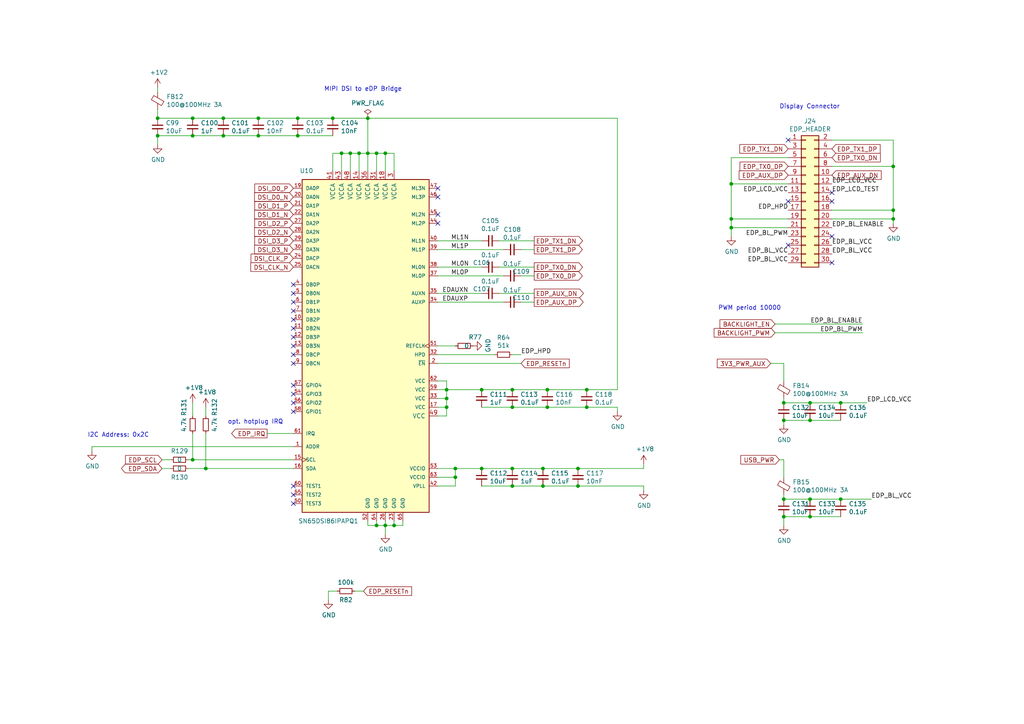
<source format=kicad_sch>
(kicad_sch (version 20231120) (generator "eeschema") (generator_version "8.0")
  (paper "A4")
  (title_block (title "MNT Reform 2 Internal Display") (date "2023-02-13") (rev "2.5D-2") (company "MNT Research GmbH") (comment 1 "https://mntre.com") (comment 2 "Engineer: Lukas F. Hartmann") (comment 3 "License: CERN-OHL-S 2.0"))
  (lib_symbols
    (symbol "Connector_Generic:Conn_02x15_Odd_Even" (pin_names (offset 1.016) hide)
      (property "Reference" "J" (at 1.27 20.32 0))
      (property "Value" "Conn_02x15_Odd_Even" (at 1.27 -20.32 0))
      (symbol "Conn_02x15_Odd_Even_1_1"
        (rectangle (start -1.27 -17.653) (end 0 -17.907) (stroke (width 0.1524)))
        (rectangle (start -1.27 -15.113) (end 0 -15.367) (stroke (width 0.1524)))
        (rectangle (start -1.27 -12.573) (end 0 -12.827) (stroke (width 0.1524)))
        (rectangle (start -1.27 -10.033) (end 0 -10.287) (stroke (width 0.1524)))
        (rectangle (start -1.27 -7.493) (end 0 -7.747) (stroke (width 0.1524)))
        (rectangle (start -1.27 -4.953) (end 0 -5.207) (stroke (width 0.1524)))
        (rectangle (start -1.27 -2.413) (end 0 -2.667) (stroke (width 0.1524)))
        (rectangle (start -1.27 0.127) (end 0 -0.127) (stroke (width 0.1524)))
        (rectangle (start -1.27 2.667) (end 0 2.413) (stroke (width 0.1524)))
        (rectangle (start -1.27 5.207) (end 0 4.953) (stroke (width 0.1524)))
        (rectangle (start -1.27 7.747) (end 0 7.493) (stroke (width 0.1524)))
        (rectangle (start -1.27 10.287) (end 0 10.033) (stroke (width 0.1524)))
        (rectangle (start -1.27 12.827) (end 0 12.573) (stroke (width 0.1524)))
        (rectangle (start -1.27 15.367) (end 0 15.113) (stroke (width 0.1524)))
        (rectangle (start -1.27 17.907) (end 0 17.653) (stroke (width 0.1524)))
        (rectangle (start -1.27 19.05) (end 3.81 -19.05) (stroke (width 0.254)) (fill (type background)))
        (rectangle (start 3.81 -17.653) (end 2.54 -17.907) (stroke (width 0.1524)))
        (rectangle (start 3.81 -15.113) (end 2.54 -15.367) (stroke (width 0.1524)))
        (rectangle (start 3.81 -12.573) (end 2.54 -12.827) (stroke (width 0.1524)))
        (rectangle (start 3.81 -10.033) (end 2.54 -10.287) (stroke (width 0.1524)))
        (rectangle (start 3.81 -7.493) (end 2.54 -7.747) (stroke (width 0.1524)))
        (rectangle (start 3.81 -4.953) (end 2.54 -5.207) (stroke (width 0.1524)))
        (rectangle (start 3.81 -2.413) (end 2.54 -2.667) (stroke (width 0.1524)))
        (rectangle (start 3.81 0.127) (end 2.54 -0.127) (stroke (width 0.1524)))
        (rectangle (start 3.81 2.667) (end 2.54 2.413) (stroke (width 0.1524)))
        (rectangle (start 3.81 5.207) (end 2.54 4.953) (stroke (width 0.1524)))
        (rectangle (start 3.81 7.747) (end 2.54 7.493) (stroke (width 0.1524)))
        (rectangle (start 3.81 10.287) (end 2.54 10.033) (stroke (width 0.1524)))
        (rectangle (start 3.81 12.827) (end 2.54 12.573) (stroke (width 0.1524)))
        (rectangle (start 3.81 15.367) (end 2.54 15.113) (stroke (width 0.1524)))
        (rectangle (start 3.81 17.907) (end 2.54 17.653) (stroke (width 0.1524)))
        (pin passive line (at -5.08 17.78 0) (length 3.81) (name "Pin_1") (number "1"))
        (pin passive line (at 7.62 7.62 180) (length 3.81) (name "Pin_10") (number "10"))
        (pin passive line (at -5.08 5.08 0) (length 3.81) (name "Pin_11") (number "11"))
        (pin passive line (at 7.62 5.08 180) (length 3.81) (name "Pin_12") (number "12"))
        (pin passive line (at -5.08 2.54 0) (length 3.81) (name "Pin_13") (number "13"))
        (pin passive line (at 7.62 2.54 180) (length 3.81) (name "Pin_14") (number "14"))
        (pin passive line (at -5.08 0 0) (length 3.81) (name "Pin_15") (number "15"))
        (pin passive line (at 7.62 0 180) (length 3.81) (name "Pin_16") (number "16"))
        (pin passive line (at -5.08 -2.54 0) (length 3.81) (name "Pin_17") (number "17"))
        (pin passive line (at 7.62 -2.54 180) (length 3.81) (name "Pin_18") (number "18"))
        (pin passive line (at -5.08 -5.08 0) (length 3.81) (name "Pin_19") (number "19"))
        (pin passive line (at 7.62 17.78 180) (length 3.81) (name "Pin_2") (number "2"))
        (pin passive line (at 7.62 -5.08 180) (length 3.81) (name "Pin_20") (number "20"))
        (pin passive line (at -5.08 -7.62 0) (length 3.81) (name "Pin_21") (number "21"))
        (pin passive line (at 7.62 -7.62 180) (length 3.81) (name "Pin_22") (number "22"))
        (pin passive line (at -5.08 -10.16 0) (length 3.81) (name "Pin_23") (number "23"))
        (pin passive line (at 7.62 -10.16 180) (length 3.81) (name "Pin_24") (number "24"))
        (pin passive line (at -5.08 -12.7 0) (length 3.81) (name "Pin_25") (number "25"))
        (pin passive line (at 7.62 -12.7 180) (length 3.81) (name "Pin_26") (number "26"))
        (pin passive line (at -5.08 -15.24 0) (length 3.81) (name "Pin_27") (number "27"))
        (pin passive line (at 7.62 -15.24 180) (length 3.81) (name "Pin_28") (number "28"))
        (pin passive line (at -5.08 -17.78 0) (length 3.81) (name "Pin_29") (number "29"))
        (pin passive line (at -5.08 15.24 0) (length 3.81) (name "Pin_3") (number "3"))
        (pin passive line (at 7.62 -17.78 180) (length 3.81) (name "Pin_30") (number "30"))
        (pin passive line (at 7.62 15.24 180) (length 3.81) (name "Pin_4") (number "4"))
        (pin passive line (at -5.08 12.7 0) (length 3.81) (name "Pin_5") (number "5"))
        (pin passive line (at 7.62 12.7 180) (length 3.81) (name "Pin_6") (number "6"))
        (pin passive line (at -5.08 10.16 0) (length 3.81) (name "Pin_7") (number "7"))
        (pin passive line (at 7.62 10.16 180) (length 3.81) (name "Pin_8") (number "8"))
        (pin passive line (at -5.08 7.62 0) (length 3.81) (name "Pin_9") (number "9"))
      )
    )
    (symbol "Device:C_Small" (pin_numbers hide) (pin_names (offset 0.254) hide)
      (property "Reference" "C" (at 0.254 1.778 0))
      (property "Value" "C_Small" (at 0.254 -2.032 0))
      (symbol "C_Small_0_1"
        (polyline (pts (xy -1.524 -0.508) (xy 1.524 -0.508)) (stroke (width 0.3302)))
        (polyline (pts (xy -1.524 0.508) (xy 1.524 0.508)) (stroke (width 0.3048)))
      )
      (symbol "C_Small_1_1"
        (pin passive line (at 0 2.54 270) (length 2.032) (name "~") (number "1"))
        (pin passive line (at 0 -2.54 90) (length 2.032) (name "~") (number "2"))
      )
    )
    (symbol "Device:FerriteBead_Small" (pin_numbers hide) (pin_names (offset 0))
      (property "Reference" "FB" (at 1.905 1.27 0))
      (property "Value" "FerriteBead_Small" (at 1.905 -1.27 0))
      (symbol "FerriteBead_Small_0_1"
        (polyline (pts (xy 0 -1.27) (xy 0 -0.7874)))
        (polyline (pts (xy 0 0.889) (xy 0 1.2954)))
        (polyline (pts (xy -1.8288 0.2794) (xy -1.1176 1.4986) (xy 1.8288 -0.2032) (xy 1.1176 -1.4224) (xy -1.8288 0.2794)))
      )
      (symbol "FerriteBead_Small_1_1"
        (pin passive line (at 0 2.54 270) (length 1.27) (name "~") (number "1"))
        (pin passive line (at 0 -2.54 90) (length 1.27) (name "~") (number "2"))
      )
    )
    (symbol "Device:R_Small" (pin_numbers hide) (pin_names (offset 0.254) hide)
      (property "Reference" "R" (at 0.762 0.508 0))
      (property "Value" "R_Small" (at 0.762 -1.016 0))
      (symbol "R_Small_0_1"
        (rectangle (start -0.762 1.778) (end 0.762 -1.778) (stroke (width 0.2032)))
      )
      (symbol "R_Small_1_1"
        (pin passive line (at 0 2.54 270) (length 0.762) (name "~") (number "1"))
        (pin passive line (at 0 -2.54 90) (length 0.762) (name "~") (number "2"))
      )
    )
    (symbol "power:+1V2" (power) (pin_names (offset 0))
      (property "Value" "+1V2" (at 0 3.556 0))
      (symbol "+1V2_0_1"
        (polyline (pts (xy -0.762 1.27) (xy 0 2.54)))
        (polyline (pts (xy 0 0) (xy 0 2.54)))
        (polyline (pts (xy 0 2.54) (xy 0.762 1.27)))
      )
      (symbol "+1V2_1_1"
        (pin power_in line (at 0 0 90) (length 0) hide (name "+1V2") (number "1"))
      )
    )
    (symbol "power:+1V8" (power) (pin_names (offset 0))
      (property "Value" "+1V8" (at 0 3.556 0))
      (symbol "+1V8_0_1"
        (polyline (pts (xy -0.762 1.27) (xy 0 2.54)))
        (polyline (pts (xy 0 0) (xy 0 2.54)))
        (polyline (pts (xy 0 2.54) (xy 0.762 1.27)))
      )
      (symbol "+1V8_1_1"
        (pin power_in line (at 0 0 90) (length 0) hide (name "+1V8") (number "1"))
      )
    )
    (symbol "power:GND" (power) (pin_names (offset 0))
      (property "Value" "GND" (at 0 -3.81 0))
      (symbol "GND_0_1"
        (polyline (pts (xy 0 0) (xy 0 -1.27) (xy 1.27 -1.27) (xy 0 -2.54) (xy -1.27 -1.27) (xy 0 -1.27)))
      )
      (symbol "GND_1_1"
        (pin power_in line (at 0 0 270) (length 0) hide (name "GND") (number "1"))
      )
    )
    (symbol "power:PWR_FLAG" (power) (pin_numbers hide) (pin_names (offset 0) hide)
      (property "Value" "PWR_FLAG" (at 0 3.81 0))
      (symbol "PWR_FLAG_0_0"
        (pin power_out line (at 0 0 90) (length 0) (name "pwr") (number "1"))
      )
      (symbol "PWR_FLAG_0_1"
        (polyline (pts (xy 0 0) (xy 0 1.27) (xy -1.016 1.905) (xy 0 2.54) (xy 1.016 1.905) (xy 0 1.27)))
      )
    )
    (symbol "reform2:SN65DSI86ZQER" (pin_names (offset 1.016))
      (property "Reference" "U10" (at -13.97 45.72 0))
      (property "Value" "SN65DSI86IPAPQ1" (at -7.62 -55.88 0))
      (symbol "SN65DSI86ZQER_0_0"
        (pin input line (at -17.78 -34.29 0) (length 2.54) (name "ADDR") (number "1"))
        (pin input line (at -17.78 2.54 0) (length 2.54) (name "DB2P") (number "10"))
        (pin input line (at -17.78 0 0) (length 2.54) (name "DB2N") (number "11"))
        (pin input line (at -17.78 -2.54 0) (length 2.54) (name "DB3P") (number "12"))
        (pin input line (at -17.78 -5.08 0) (length 2.54) (name "DB3N") (number "13"))
        (pin power_in line (at 1.27 45.72 270) (length 2.54) (name "VCCA") (number "14"))
        (pin bidirectional clock (at -17.78 -38.1 0) (length 2.54) (name "SCL") (number "15"))
        (pin bidirectional line (at -17.78 -40.64 0) (length 2.54) (name "SDA") (number "16"))
        (pin power_in line (at 24.13 -22.86 180) (length 2.54) (name "VCC") (number "17"))
        (pin power_in line (at 8.89 45.72 270) (length 2.54) (name "VCCA") (number "18"))
        (pin input line (at -17.78 40.64 0) (length 2.54) (name "DA0P") (number "19"))
        (pin input line (at 24.13 -10.16 180) (length 2.54) (name "~{EN}") (number "2"))
        (pin bidirectional line (at -17.78 38.1 0) (length 2.54) (name "DA0N") (number "20"))
        (pin input line (at -17.78 35.56 0) (length 2.54) (name "DA1P") (number "21"))
        (pin input line (at -17.78 33.02 0) (length 2.54) (name "DA1N") (number "22"))
        (pin power_in line (at 11.43 -55.88 90) (length 2.54) (name "GND") (number "23"))
        (pin input line (at -17.78 20.32 0) (length 2.54) (name "DACP") (number "24"))
        (pin input line (at -17.78 17.78 0) (length 2.54) (name "DACN") (number "25"))
        (pin power_in line (at 8.89 -55.88 90) (length 2.54) (name "GND") (number "26"))
        (pin input line (at -17.78 30.48 0) (length 2.54) (name "DA2P") (number "27"))
        (pin input line (at -17.78 27.94 0) (length 2.54) (name "DA2N") (number "28"))
        (pin input line (at -17.78 25.4 0) (length 2.54) (name "DA3P") (number "29"))
        (pin power_in line (at 11.43 45.72 270) (length 2.54) (name "VCCA") (number "3"))
        (pin input line (at -17.78 22.86 0) (length 2.54) (name "DA3N") (number "30"))
        (pin power_in line (at 6.35 45.72 270) (length 2.54) (name "VCCA") (number "31"))
        (pin input line (at 24.13 -7.62 180) (length 2.54) (name "HPD") (number "32"))
        (pin power_in line (at 24.13 -20.32 180) (length 2.54) (name "VCC") (number "33"))
        (pin bidirectional line (at 24.13 7.62 180) (length 2.54) (name "AUXP") (number "34"))
        (pin bidirectional line (at 24.13 10.16 180) (length 2.54) (name "AUXN") (number "35"))
        (pin power_in line (at 3.81 45.72 270) (length 2.54) (name "VCCA") (number "36"))
        (pin output line (at 24.13 15.24 180) (length 2.54) (name "ML0P") (number "37"))
        (pin output line (at 24.13 17.78 180) (length 2.54) (name "ML0N") (number "38"))
        (pin output line (at 24.13 22.86 180) (length 2.54) (name "ML1P") (number "39"))
        (pin input line (at -17.78 12.7 0) (length 2.54) (name "DB0P") (number "4"))
        (pin output line (at 24.13 25.4 180) (length 2.54) (name "ML1N") (number "40"))
        (pin power_in line (at -6.35 45.72 270) (length 2.54) (name "VCCA") (number "41"))
        (pin power_in line (at 24.13 -45.72 180) (length 2.54) (name "VPLL") (number "42"))
        (pin power_in line (at -3.81 45.72 270) (length 2.54) (name "VCCA") (number "43"))
        (pin output line (at 24.13 30.48 180) (length 2.54) (name "ML2P") (number "44"))
        (pin output line (at 24.13 33.02 180) (length 2.54) (name "ML2N") (number "45"))
        (pin output line (at 24.13 38.1 180) (length 2.54) (name "ML3P") (number "46"))
        (pin output line (at 24.13 40.64 180) (length 2.54) (name "ML3N") (number "47"))
        (pin power_in line (at -1.27 45.72 270) (length 2.54) (name "VCCA") (number "48"))
        (pin power_in line (at 24.13 -25.4 180) (length 2.54) (name "VCC") (number "49"))
        (pin input line (at -17.78 10.16 0) (length 2.54) (name "DB0N") (number "5"))
        (pin bidirectional line (at -17.78 -50.8 0) (length 2.54) (name "TEST3") (number "50"))
        (pin input clock (at 24.13 -5.08 180) (length 2.54) (name "REFCLK") (number "51"))
        (pin power_in line (at 3.81 -55.88 90) (length 2.54) (name "GND") (number "52"))
        (pin power_in line (at 24.13 -40.64 180) (length 2.54) (name "VCCIO") (number "53"))
        (pin bidirectional line (at -17.78 -19.05 0) (length 2.54) (name "GPIO3") (number "54"))
        (pin bidirectional line (at -17.78 -48.26 0) (length 2.54) (name "TEST2") (number "55"))
        (pin bidirectional line (at -17.78 -21.59 0) (length 2.54) (name "GPIO2") (number "56"))
        (pin bidirectional line (at -17.78 -16.51 0) (length 2.54) (name "GPIO4") (number "57"))
        (pin bidirectional line (at -17.78 -24.13 0) (length 2.54) (name "GPIO1") (number "58"))
        (pin power_in line (at 24.13 -17.78 180) (length 2.54) (name "VCC") (number "59"))
        (pin input line (at -17.78 7.62 0) (length 2.54) (name "DB1P") (number "6"))
        (pin input line (at -17.78 -45.72 0) (length 2.54) (name "TEST1") (number "60"))
        (pin output line (at -17.78 -30.48 0) (length 2.54) (name "IRQ") (number "61"))
        (pin power_in line (at 24.13 -15.24 180) (length 2.54) (name "VCC") (number "62"))
        (pin power_in line (at 24.13 -43.18 180) (length 2.54) (name "VCCIO") (number "63"))
        (pin power_in line (at 6.35 -55.88 90) (length 2.54) (name "GND") (number "64"))
        (pin power_in line (at 13.97 -55.88 90) (length 2.54) (name "GND") (number "65"))
        (pin input line (at -17.78 5.08 0) (length 2.54) (name "DB1N") (number "7"))
        (pin input line (at -17.78 -7.62 0) (length 2.54) (name "DBCP") (number "8"))
        (pin input line (at -17.78 -10.16 0) (length 2.54) (name "DBCN") (number "9"))
      )
      (symbol "SN65DSI86ZQER_1_1"
        (rectangle (start -15.24 43.18) (end 21.59 -53.34) (stroke (width 0.254)) (fill (type background)))
      )
    )
  )
  (junction (at 234.95 116.84))
  (junction (at 45.72 39.37))
  (junction (at 170.18 118.11))
  (junction (at 167.64 135.89))
  (junction (at 55.88 133.35))
  (junction (at 259.08 48.26))
  (junction (at 157.48 135.89))
  (junction (at 129.54 113.03))
  (junction (at 170.18 113.03))
  (junction (at 106.68 34.29))
  (junction (at 139.7 135.89))
  (junction (at 109.22 44.45))
  (junction (at 104.14 44.45))
  (junction (at 129.54 118.11))
  (junction (at 111.76 44.45))
  (junction (at 259.08 60.96))
  (junction (at 259.08 63.5))
  (junction (at 148.59 113.03))
  (junction (at 132.08 135.89))
  (junction (at 59.69 135.89))
  (junction (at 148.59 140.97))
  (junction (at 167.64 140.97))
  (junction (at 101.6 44.45))
  (junction (at 139.7 113.03))
  (junction (at 227.33 116.84))
  (junction (at 114.3 152.4))
  (junction (at 234.95 144.78))
  (junction (at 148.59 118.11))
  (junction (at 45.72 34.29))
  (junction (at 96.52 34.29))
  (junction (at 106.68 44.45))
  (junction (at 227.33 144.78))
  (junction (at 111.76 152.4))
  (junction (at 74.93 39.37))
  (junction (at 109.22 152.4))
  (junction (at 234.95 149.86))
  (junction (at 64.77 39.37))
  (junction (at 129.54 115.57))
  (junction (at 227.33 121.92))
  (junction (at 64.77 34.29))
  (junction (at 212.09 63.5))
  (junction (at 212.09 66.04))
  (junction (at 74.93 34.29))
  (junction (at 212.09 53.34))
  (junction (at 243.84 144.78))
  (junction (at 132.08 138.43))
  (junction (at 157.48 140.97))
  (junction (at 86.36 34.29))
  (junction (at 99.06 44.45))
  (junction (at 148.59 135.89))
  (junction (at 158.75 118.11))
  (junction (at 243.84 116.84))
  (junction (at 55.88 39.37))
  (junction (at 227.33 149.86))
  (junction (at 158.75 113.03))
  (junction (at 55.88 34.29))
  (junction (at 234.95 121.92))
  (junction (at 86.36 39.37))
  (no_connect (at 85.09 143.51))
  (no_connect (at 85.09 87.63))
  (no_connect (at 85.09 105.41))
  (no_connect (at 127 54.61))
  (no_connect (at 127 62.23))
  (no_connect (at 85.09 116.84))
  (no_connect (at 241.3 58.42))
  (no_connect (at 241.3 76.2))
  (no_connect (at 85.09 146.05))
  (no_connect (at 228.6 58.42))
  (no_connect (at 127 57.15))
  (no_connect (at 85.09 119.38))
  (no_connect (at 85.09 92.71))
  (no_connect (at 85.09 102.87))
  (no_connect (at 241.3 55.88))
  (no_connect (at 228.6 40.64))
  (no_connect (at 85.09 100.33))
  (no_connect (at 85.09 114.3))
  (no_connect (at 85.09 111.76))
  (no_connect (at 241.3 68.58))
  (no_connect (at 85.09 140.97))
  (no_connect (at 85.09 82.55))
  (no_connect (at 85.09 85.09))
  (no_connect (at 85.09 90.17))
  (no_connect (at 85.09 97.79))
  (no_connect (at 228.6 71.12))
  (no_connect (at 85.09 95.25))
  (no_connect (at 127 64.77))
  (wire (pts (xy 96.52 34.29) (xy 106.68 34.29)))
  (wire (pts (xy 148.59 102.87) (xy 151.13 102.87)))
  (wire (pts (xy 127 113.03) (xy 129.54 113.03)))
  (wire (pts (xy 227.33 144.78) (xy 227.33 143.51)))
  (wire (pts (xy 151.13 105.41) (xy 127 105.41)))
  (wire (pts (xy 129.54 118.11) (xy 129.54 115.57)))
  (wire (pts (xy 26.67 129.54) (xy 85.09 129.54)))
  (wire (pts (xy 234.95 116.84) (xy 243.84 116.84)))
  (wire (pts (xy 104.14 44.45) (xy 106.68 44.45)))
  (wire (pts (xy 55.88 39.37) (xy 45.72 39.37)))
  (wire (pts (xy 45.72 34.29) (xy 55.88 34.29)))
  (wire (pts (xy 106.68 151.13) (xy 106.68 152.4)))
  (wire (pts (xy 226.06 133.35) (xy 227.33 133.35)))
  (wire (pts (xy 227.33 133.35) (xy 227.33 138.43)))
  (wire (pts (xy 49.53 135.89) (xy 46.99 135.89)))
  (wire (pts (xy 144.78 85.09) (xy 154.94 85.09)))
  (wire (pts (xy 96.52 39.37) (xy 86.36 39.37)))
  (wire (pts (xy 234.95 121.92) (xy 243.84 121.92)))
  (wire (pts (xy 146.05 87.63) (xy 127 87.63)))
  (wire (pts (xy 55.88 133.35) (xy 85.09 133.35)))
  (wire (pts (xy 77.47 125.73) (xy 85.09 125.73)))
  (wire (pts (xy 179.07 34.29) (xy 179.07 113.03)))
  (wire (pts (xy 49.53 133.35) (xy 46.99 133.35)))
  (wire (pts (xy 148.59 113.03) (xy 158.75 113.03)))
  (wire (pts (xy 55.88 116.84) (xy 55.88 120.65)))
  (wire (pts (xy 227.33 144.78) (xy 234.95 144.78)))
  (wire (pts (xy 148.59 118.11) (xy 139.7 118.11)))
  (wire (pts (xy 132.08 100.33) (xy 127 100.33)))
  (wire (pts (xy 179.07 34.29) (xy 106.68 34.29)))
  (wire (pts (xy 148.59 140.97) (xy 157.48 140.97)))
  (wire (pts (xy 127 115.57) (xy 129.54 115.57)))
  (wire (pts (xy 127 85.09) (xy 139.7 85.09)))
  (wire (pts (xy 212.09 45.72) (xy 212.09 53.34)))
  (wire (pts (xy 234.95 121.92) (xy 227.33 121.92)))
  (wire (pts (xy 227.33 123.19) (xy 227.33 121.92)))
  (wire (pts (xy 127 120.65) (xy 129.54 120.65)))
  (wire (pts (xy 212.09 66.04) (xy 228.6 66.04)))
  (wire (pts (xy 55.88 34.29) (xy 64.77 34.29)))
  (wire (pts (xy 241.3 40.64) (xy 259.08 40.64)))
  (wire (pts (xy 96.52 44.45) (xy 96.52 49.53)))
  (wire (pts (xy 129.54 115.57) (xy 129.54 113.03)))
  (wire (pts (xy 146.05 80.01) (xy 127 80.01)))
  (wire (pts (xy 157.48 140.97) (xy 167.64 140.97)))
  (wire (pts (xy 97.79 171.45) (xy 95.25 171.45)))
  (wire (pts (xy 259.08 63.5) (xy 241.3 63.5)))
  (wire (pts (xy 139.7 113.03) (xy 148.59 113.03)))
  (wire (pts (xy 109.22 49.53) (xy 109.22 44.45)))
  (wire (pts (xy 259.08 48.26) (xy 241.3 48.26)))
  (wire (pts (xy 148.59 140.97) (xy 139.7 140.97)))
  (wire (pts (xy 157.48 135.89) (xy 148.59 135.89)))
  (wire (pts (xy 151.13 80.01) (xy 154.94 80.01)))
  (wire (pts (xy 212.09 53.34) (xy 212.09 63.5)))
  (wire (pts (xy 74.93 39.37) (xy 64.77 39.37)))
  (wire (pts (xy 111.76 44.45) (xy 111.76 49.53)))
  (wire (pts (xy 228.6 45.72) (xy 212.09 45.72)))
  (wire (pts (xy 45.72 31.75) (xy 45.72 34.29)))
  (wire (pts (xy 64.77 34.29) (xy 74.93 34.29)))
  (wire (pts (xy 224.79 93.98) (xy 250.19 93.98)))
  (wire (pts (xy 186.69 142.24) (xy 186.69 140.97)))
  (wire (pts (xy 228.6 63.5) (xy 212.09 63.5)))
  (wire (pts (xy 224.79 96.52) (xy 250.19 96.52)))
  (wire (pts (xy 54.61 135.89) (xy 59.69 135.89)))
  (wire (pts (xy 127 102.87) (xy 143.51 102.87)))
  (wire (pts (xy 132.08 140.97) (xy 132.08 138.43)))
  (wire (pts (xy 223.52 105.41) (xy 227.33 105.41)))
  (wire (pts (xy 127 77.47) (xy 139.7 77.47)))
  (wire (pts (xy 55.88 125.73) (xy 55.88 133.35)))
  (wire (pts (xy 114.3 151.13) (xy 114.3 152.4)))
  (wire (pts (xy 227.33 115.57) (xy 227.33 116.84)))
  (wire (pts (xy 101.6 44.45) (xy 101.6 49.53)))
  (wire (pts (xy 111.76 152.4) (xy 114.3 152.4)))
  (wire (pts (xy 59.69 125.73) (xy 59.69 135.89)))
  (wire (pts (xy 259.08 40.64) (xy 259.08 48.26)))
  (wire (pts (xy 26.67 130.81) (xy 26.67 129.54)))
  (wire (pts (xy 259.08 60.96) (xy 259.08 63.5)))
  (wire (pts (xy 86.36 34.29) (xy 96.52 34.29)))
  (wire (pts (xy 227.33 116.84) (xy 234.95 116.84)))
  (wire (pts (xy 127 140.97) (xy 132.08 140.97)))
  (wire (pts (xy 243.84 144.78) (xy 252.73 144.78)))
  (wire (pts (xy 96.52 44.45) (xy 99.06 44.45)))
  (wire (pts (xy 127 138.43) (xy 132.08 138.43)))
  (wire (pts (xy 111.76 44.45) (xy 114.3 44.45)))
  (wire (pts (xy 259.08 64.77) (xy 259.08 63.5)))
  (wire (pts (xy 132.08 135.89) (xy 139.7 135.89)))
  (wire (pts (xy 158.75 118.11) (xy 148.59 118.11)))
  (wire (pts (xy 227.33 105.41) (xy 227.33 110.49)))
  (wire (pts (xy 109.22 44.45) (xy 111.76 44.45)))
  (wire (pts (xy 106.68 44.45) (xy 109.22 44.45)))
  (wire (pts (xy 157.48 135.89) (xy 167.64 135.89)))
  (wire (pts (xy 212.09 63.5) (xy 212.09 66.04)))
  (wire (pts (xy 104.14 44.45) (xy 104.14 49.53)))
  (wire (pts (xy 54.61 133.35) (xy 55.88 133.35)))
  (wire (pts (xy 101.6 44.45) (xy 104.14 44.45)))
  (wire (pts (xy 228.6 53.34) (xy 212.09 53.34)))
  (wire (pts (xy 151.13 72.39) (xy 154.94 72.39)))
  (wire (pts (xy 139.7 135.89) (xy 148.59 135.89)))
  (wire (pts (xy 127 69.85) (xy 139.7 69.85)))
  (wire (pts (xy 167.64 135.89) (xy 186.69 135.89)))
  (wire (pts (xy 127 135.89) (xy 132.08 135.89)))
  (wire (pts (xy 106.68 152.4) (xy 109.22 152.4)))
  (wire (pts (xy 146.05 72.39) (xy 127 72.39)))
  (wire (pts (xy 170.18 118.11) (xy 158.75 118.11)))
  (wire (pts (xy 132.08 138.43) (xy 132.08 135.89)))
  (wire (pts (xy 64.77 39.37) (xy 55.88 39.37)))
  (wire (pts (xy 114.3 44.45) (xy 114.3 49.53)))
  (wire (pts (xy 127 118.11) (xy 129.54 118.11)))
  (wire (pts (xy 151.13 87.63) (xy 154.94 87.63)))
  (wire (pts (xy 227.33 152.4) (xy 227.33 149.86)))
  (wire (pts (xy 234.95 144.78) (xy 243.84 144.78)))
  (wire (pts (xy 109.22 151.13) (xy 109.22 152.4)))
  (wire (pts (xy 109.22 152.4) (xy 111.76 152.4)))
  (wire (pts (xy 114.3 152.4) (xy 116.84 152.4)))
  (wire (pts (xy 45.72 41.91) (xy 45.72 39.37)))
  (wire (pts (xy 106.68 44.45) (xy 106.68 49.53)))
  (wire (pts (xy 116.84 152.4) (xy 116.84 151.13)))
  (wire (pts (xy 105.41 171.45) (xy 102.87 171.45)))
  (wire (pts (xy 111.76 152.4) (xy 111.76 154.94)))
  (wire (pts (xy 144.78 77.47) (xy 154.94 77.47)))
  (wire (pts (xy 186.69 140.97) (xy 167.64 140.97)))
  (wire (pts (xy 241.3 60.96) (xy 259.08 60.96)))
  (wire (pts (xy 179.07 119.38) (xy 179.07 118.11)))
  (wire (pts (xy 243.84 116.84) (xy 251.46 116.84)))
  (wire (pts (xy 95.25 173.99) (xy 95.25 171.45)))
  (wire (pts (xy 179.07 118.11) (xy 170.18 118.11)))
  (wire (pts (xy 212.09 68.58) (xy 212.09 66.04)))
  (wire (pts (xy 234.95 149.86) (xy 227.33 149.86)))
  (wire (pts (xy 86.36 39.37) (xy 74.93 39.37)))
  (wire (pts (xy 129.54 113.03) (xy 129.54 110.49)))
  (wire (pts (xy 234.95 149.86) (xy 243.84 149.86)))
  (wire (pts (xy 111.76 151.13) (xy 111.76 152.4)))
  (wire (pts (xy 59.69 118.11) (xy 59.69 120.65)))
  (wire (pts (xy 106.68 34.29) (xy 106.68 44.45)))
  (wire (pts (xy 186.69 134.62) (xy 186.69 135.89)))
  (wire (pts (xy 129.54 113.03) (xy 139.7 113.03)))
  (wire (pts (xy 144.78 69.85) (xy 154.94 69.85)))
  (wire (pts (xy 45.72 26.67) (xy 45.72 25.4)))
  (wire (pts (xy 259.08 60.96) (xy 259.08 48.26)))
  (wire (pts (xy 170.18 113.03) (xy 179.07 113.03)))
  (wire (pts (xy 59.69 135.89) (xy 85.09 135.89)))
  (wire (pts (xy 129.54 120.65) (xy 129.54 118.11)))
  (wire (pts (xy 74.93 34.29) (xy 86.36 34.29)))
  (wire (pts (xy 99.06 49.53) (xy 99.06 44.45)))
  (wire (pts (xy 129.54 110.49) (xy 127 110.49)))
  (wire (pts (xy 99.06 44.45) (xy 101.6 44.45)))
  (wire (pts (xy 158.75 113.03) (xy 170.18 113.03)))
  (text "PWM period 10000" (at 208.28 90.17 0) (effects (font (size 1.27 1.27)) (justify left bottom)))
  (text "MIPI DSI to eDP Bridge" (at 93.98 26.67 0) (effects (font (size 1.27 1.27)) (justify left bottom)))
  (text "opt. hotplug IRQ" (at 66.04 123.19 0) (effects (font (size 1.27 1.27)) (justify left bottom)))
  (text "Display Connector" (at 226.06 31.75 0) (effects (font (size 1.27 1.27)) (justify left bottom)))
  (text "I2C Address: 0x2C" (at 25.4 127 0) (effects (font (size 1.27 1.27)) (justify left bottom)))
  (label "ML1N" (at 130.81 69.85 0))
  (label "EDP_BL_VCC" (at 241.3 71.12 0))
  (label "EDP_LCD_VCC" (at 241.3 53.34 0))
  (label "ML0P" (at 130.81 80.01 0))
  (label "EDP_LCD_TEST" (at 241.3 55.88 0))
  (label "EDP_LCD_VCC" (at 228.6 55.88 180))
  (label "ML1P" (at 130.81 72.39 0))
  (label "EDP_BL_PWM" (at 228.6 68.58 180))
  (label "EDP_LCD_VCC" (at 251.46 116.84 0))
  (label "EDP_BL_VCC" (at 228.6 76.2 180))
  (label "EDP_BL_VCC" (at 228.6 73.66 180))
  (label "EDP_HPD" (at 151.13 102.87 0))
  (label "EDP_BL_VCC" (at 252.73 144.78 0))
  (label "EDP_BL_ENABLE" (at 241.3 66.04 0))
  (label "EDP_BL_ENABLE" (at 250.19 93.98 180))
  (label "EDP_BL_VCC" (at 241.3 73.66 0))
  (label "EDP_HPD" (at 228.6 60.96 180))
  (label "ML0N" (at 130.81 77.47 0))
  (label "EDP_BL_PWM" (at 250.19 96.52 180))
  (label "EDAUXN" (at 128.27 85.09 0))
  (label "EDAUXP" (at 128.27 87.63 0))
  (global_label "USB_PWR" (shape input) (at 226.06 133.35 180) (property "Intersheetrefs" "${INTERSHEET_REFS}" (effects (hide yes))))
  (global_label "EDP_AUX_DN" (shape output) (at 154.94 85.09 0) (property "Intersheetrefs" "${INTERSHEET_REFS}" (effects (hide yes))))
  (global_label "EDP_AUX_DN" (shape input) (at 241.3 50.8 0) (property "Intersheetrefs" "${INTERSHEET_REFS}" (effects (hide yes))))
  (global_label "EDP_SDA" (shape bidirectional) (at 46.99 135.89 180) (property "Intersheetrefs" "${INTERSHEET_REFS}" (effects (hide yes))))
  (global_label "3V3_PWR_AUX" (shape input) (at 223.52 105.41 180) (property "Intersheetrefs" "${INTERSHEET_REFS}" (effects (hide yes))))
  (global_label "BACKLIGHT_PWM" (shape input) (at 224.79 96.52 180) (property "Intersheetrefs" "${INTERSHEET_REFS}" (effects (hide yes))))
  (global_label "DSI_D0_N" (shape input) (at 85.09 57.15 180) (property "Intersheetrefs" "${INTERSHEET_REFS}" (effects (hide yes))))
  (global_label "EDP_IRQ" (shape output) (at 77.47 125.73 180) (property "Intersheetrefs" "${INTERSHEET_REFS}" (effects (hide yes))))
  (global_label "EDP_TX1_DP" (shape input) (at 241.3 43.18 0) (property "Intersheetrefs" "${INTERSHEET_REFS}" (effects (hide yes))))
  (global_label "EDP_RESETn" (shape input) (at 151.13 105.41 0) (property "Intersheetrefs" "${INTERSHEET_REFS}" (effects (hide yes))))
  (global_label "BACKLIGHT_EN" (shape input) (at 224.79 93.98 180) (property "Intersheetrefs" "${INTERSHEET_REFS}" (effects (hide yes))))
  (global_label "EDP_TX1_DP" (shape output) (at 154.94 72.39 0) (property "Intersheetrefs" "${INTERSHEET_REFS}" (effects (hide yes))))
  (global_label "DSI_D0_P" (shape input) (at 85.09 54.61 180) (property "Intersheetrefs" "${INTERSHEET_REFS}" (effects (hide yes))))
  (global_label "EDP_TX0_DN" (shape input) (at 241.3 45.72 0) (property "Intersheetrefs" "${INTERSHEET_REFS}" (effects (hide yes))))
  (global_label "EDP_TX0_DN" (shape output) (at 154.94 77.47 0) (property "Intersheetrefs" "${INTERSHEET_REFS}" (effects (hide yes))))
  (global_label "EDP_TX0_DP" (shape input) (at 228.6 48.26 180) (property "Intersheetrefs" "${INTERSHEET_REFS}" (effects (hide yes))))
  (global_label "DSI_D3_N" (shape input) (at 85.09 72.39 180) (property "Intersheetrefs" "${INTERSHEET_REFS}" (effects (hide yes))))
  (global_label "EDP_TX1_DN" (shape input) (at 228.6 43.18 180) (property "Intersheetrefs" "${INTERSHEET_REFS}" (effects (hide yes))))
  (global_label "EDP_AUX_DP" (shape input) (at 228.6 50.8 180) (property "Intersheetrefs" "${INTERSHEET_REFS}" (effects (hide yes))))
  (global_label "EDP_TX1_DN" (shape output) (at 154.94 69.85 0) (property "Intersheetrefs" "${INTERSHEET_REFS}" (effects (hide yes))))
  (global_label "EDP_TX0_DP" (shape output) (at 154.94 80.01 0) (property "Intersheetrefs" "${INTERSHEET_REFS}" (effects (hide yes))))
  (global_label "EDP_AUX_DP" (shape output) (at 154.94 87.63 0) (property "Intersheetrefs" "${INTERSHEET_REFS}" (effects (hide yes))))
  (global_label "DSI_D1_P" (shape input) (at 85.09 59.69 180) (property "Intersheetrefs" "${INTERSHEET_REFS}" (effects (hide yes))))
  (global_label "DSI_D3_P" (shape input) (at 85.09 69.85 180) (property "Intersheetrefs" "${INTERSHEET_REFS}" (effects (hide yes))))
  (global_label "DSI_D2_P" (shape input) (at 85.09 64.77 180) (property "Intersheetrefs" "${INTERSHEET_REFS}" (effects (hide yes))))
  (global_label "DSI_D2_N" (shape input) (at 85.09 67.31 180) (property "Intersheetrefs" "${INTERSHEET_REFS}" (effects (hide yes))))
  (global_label "DSI_CLK_N" (shape input) (at 85.09 77.47 180) (property "Intersheetrefs" "${INTERSHEET_REFS}" (effects (hide yes))))
  (global_label "DSI_CLK_P" (shape input) (at 85.09 74.93 180) (property "Intersheetrefs" "${INTERSHEET_REFS}" (effects (hide yes))))
  (global_label "EDP_SCL" (shape input) (at 46.99 133.35 180) (property "Intersheetrefs" "${INTERSHEET_REFS}" (effects (hide yes))))
  (global_label "EDP_RESETn" (shape input) (at 105.41 171.45 0) (property "Intersheetrefs" "${INTERSHEET_REFS}" (effects (hide yes))))
  (global_label "DSI_D1_N" (shape input) (at 85.09 62.23 180) (property "Intersheetrefs" "${INTERSHEET_REFS}" (effects (hide yes))))
  (symbol (lib_id "reform2:SN65DSI86ZQER") (at 102.87 95.25 0) (unit 1)
    (property "Reference" "U10" (at 88.9 49.53 0))
    (property "Value" "SN65DSI86IPAPQ1" (at 95.25 151.13 0))
    (property "Footprint" "Package_QFP:HTQFP-64-1EP_10x10mm_P0.5mm_EP8x8mm" (effects (hide yes)))
    (property "Datasheet" "http://www.ti.com/lit/ds/symlink/sn65dsi86-q1.pdf" (effects (hide yes)))
    (property "Manufacturer" "Texas Instruments" (effects (hide yes)))
    (property "Manufacturer_No" "SN65DSI86IPAPQ1" (effects (hide yes)))
    (property "Checked" "y" (effects (hide yes)))
    (property "Distributor" "Mouser" (effects (hide yes)))
  )
  (symbol (lib_id "power:GND") (at 111.76 154.94 0) (unit 1)
    (property "Reference" "#PWR0146" (effects (hide yes)))
    (property "Value" "GND" (at 111.887 159.3342 0))
  )
  (symbol (lib_id "Connector_Generic:Conn_02x15_Odd_Even") (at 233.68 58.42 0) (unit 1)
    (property "Reference" "J24" (at 234.95 35.1282 0))
    (property "Value" "EDP_HEADER" (at 234.95 37.4396 0))
    (property "Footprint" "Connector_PinHeader_2.00mm:PinHeader_2x15_P2.00mm_Vertical" (effects (hide yes)))
    (property "Manufacturer" "Molex / Würth" (effects (hide yes)))
    (property "Manufacturer_No" "87758-3016 / 687133149022" (effects (hide yes)))
    (property "Checked" "y" (effects (hide yes)))
    (property "Distributor" "Mouser" (effects (hide yes)))
  )
  (symbol (lib_id "power:GND") (at 259.08 64.77 0) (unit 1)
    (property "Reference" "#PWR0227" (effects (hide yes)))
    (property "Value" "GND" (at 259.207 69.1642 0))
  )
  (symbol (lib_id "power:GND") (at 212.09 68.58 0) (unit 1)
    (property "Reference" "#PWR0228" (effects (hide yes)))
    (property "Value" "GND" (at 212.217 72.9742 0))
  )
  (symbol (lib_id "Device:R_Small") (at 52.07 133.35 270) (unit 1)
    (property "Reference" "R129" (at 52.07 130.81 90))
    (property "Value" "0" (at 52.07 133.35 90))
    (property "Footprint" "Resistor_SMD:R_0603_1608Metric" (effects (hide yes)))
    (property "Manufacturer" "Vishay Dale" (effects (hide yes)))
    (property "Manufacturer_No" "CRCW06030000Z0EAC" (effects (hide yes)))
    (property "Distributor" "Mouser" (effects (hide yes)))
    (property "Checked" "y" (effects (hide yes)))
  )
  (symbol (lib_id "Device:R_Small") (at 52.07 135.89 270) (unit 1)
    (property "Reference" "R130" (at 52.07 138.43 90))
    (property "Value" "0" (at 52.07 135.89 90))
    (property "Footprint" "Resistor_SMD:R_0603_1608Metric" (effects (hide yes)))
    (property "Manufacturer" "Vishay Dale" (effects (hide yes)))
    (property "Manufacturer_No" "CRCW06030000Z0EAC" (effects (hide yes)))
    (property "Distributor" "Mouser" (effects (hide yes)))
    (property "Checked" "y" (effects (hide yes)))
  )
  (symbol (lib_id "Device:R_Small") (at 55.88 123.19 180) (unit 1)
    (property "Reference" "R131" (at 53.34 118.11 90))
    (property "Value" "4.7k" (at 53.34 123.19 90))
    (property "Footprint" "Resistor_SMD:R_0603_1608Metric" (effects (hide yes)))
    (property "Manufacturer" "Yageo" (effects (hide yes)))
    (property "Manufacturer_No" "RC0603FR-074K7L" (effects (hide yes)))
    (property "Checked" "y" (effects (hide yes)))
    (property "Distributor" "Mouser" (effects (hide yes)))
  )
  (symbol (lib_id "Device:R_Small") (at 59.69 123.19 180) (unit 1)
    (property "Reference" "R132" (at 62.23 118.11 90))
    (property "Value" "4.7k" (at 62.23 123.19 90))
    (property "Footprint" "Resistor_SMD:R_0603_1608Metric" (effects (hide yes)))
    (property "Manufacturer" "Yageo" (effects (hide yes)))
    (property "Manufacturer_No" "RC0603FR-074K7L" (effects (hide yes)))
    (property "Checked" "y" (effects (hide yes)))
    (property "Distributor" "Mouser" (effects (hide yes)))
  )
  (symbol (lib_id "power:+1V8") (at 55.88 116.84 0) (unit 1)
    (property "Reference" "#PWR075" (effects (hide yes)))
    (property "Value" "+1V8" (at 56.261 112.4458 0))
  )
  (symbol (lib_id "power:+1V8") (at 59.69 118.11 0) (unit 1)
    (property "Reference" "#PWR076" (effects (hide yes)))
    (property "Value" "+1V8" (at 60.071 113.7158 0))
  )
  (symbol (lib_id "power:+1V2") (at 45.72 25.4 0) (unit 1)
    (property "Reference" "#PWR037" (effects (hide yes)))
    (property "Value" "+1V2" (at 46.101 21.0058 0))
  )
  (symbol (lib_id "power:+1V8") (at 186.69 134.62 0) (unit 1)
    (property "Reference" "#PWR039" (effects (hide yes)))
    (property "Value" "+1V8" (at 187.071 130.2258 0))
  )
  (symbol (lib_id "Device:R_Small") (at 146.05 102.87 270) (unit 1)
    (property "Reference" "R64" (at 146.05 97.8916 90))
    (property "Value" "51k" (at 146.05 100.203 90))
    (property "Footprint" "Resistor_SMD:R_0603_1608Metric" (effects (hide yes)))
    (property "Manufacturer" "Yageo" (effects (hide yes)))
    (property "Manufacturer_No" "RC0603FR-0751KL" (effects (hide yes)))
    (property "Checked" "y" (effects (hide yes)))
    (property "Distributor" "Mouser" (effects (hide yes)))
  )
  (symbol (lib_id "power:GND") (at 137.16 100.33 90) (unit 1)
    (property "Reference" "#PWR038" (effects (hide yes)))
    (property "Value" "GND" (at 141.5542 100.203 0))
  )
  (symbol (lib_id "power:GND") (at 26.67 130.81 0) (unit 1)
    (property "Reference" "#PWR036" (effects (hide yes)))
    (property "Value" "GND" (at 26.797 135.2042 0))
  )
  (symbol (lib_id "Device:C_Small") (at 64.77 36.83 0) (unit 1)
    (property "Reference" "C101" (at 67.1068 35.6616 0) (effects (justify left)))
    (property "Value" "0.1uF" (at 67.1068 37.973 0) (effects (justify left)))
    (property "Footprint" "Capacitor_SMD:C_0603_1608Metric" (effects (hide yes)))
    (property "Manufacturer" "Yageo" (effects (hide yes)))
    (property "Manufacturer_No" "CC0603JPX7R9BB104" (effects (hide yes)))
    (property "Checked" "y" (effects (hide yes)))
    (property "Distributor" "Mouser" (effects (hide yes)))
  )
  (symbol (lib_id "Device:C_Small") (at 74.93 36.83 0) (unit 1)
    (property "Reference" "C102" (at 77.2668 35.6616 0) (effects (justify left)))
    (property "Value" "10nF" (at 77.2668 37.973 0) (effects (justify left)))
    (property "Footprint" "Capacitor_SMD:C_0603_1608Metric" (effects (hide yes)))
    (property "Manufacturer" "KEMET" (effects (hide yes)))
    (property "Manufacturer_No" "C0603C103K5RAC3190" (effects (hide yes)))
    (property "Checked" "y" (effects (hide yes)))
    (property "Distributor" "Mouser" (effects (hide yes)))
  )
  (symbol (lib_id "Device:C_Small") (at 96.52 36.83 0) (unit 1)
    (property "Reference" "C104" (at 98.8568 35.6616 0) (effects (justify left)))
    (property "Value" "10nF" (at 98.8568 37.973 0) (effects (justify left)))
    (property "Footprint" "Capacitor_SMD:C_0603_1608Metric" (effects (hide yes)))
    (property "Manufacturer" "KEMET" (effects (hide yes)))
    (property "Manufacturer_No" "C0603C103K5RAC3190" (effects (hide yes)))
    (property "Checked" "y" (effects (hide yes)))
    (property "Distributor" "Mouser" (effects (hide yes)))
  )
  (symbol (lib_id "Device:C_Small") (at 86.36 36.83 0) (unit 1)
    (property "Reference" "C103" (at 88.6968 35.6616 0) (effects (justify left)))
    (property "Value" "0.1uF" (at 88.6968 37.973 0) (effects (justify left)))
    (property "Footprint" "Capacitor_SMD:C_0603_1608Metric" (effects (hide yes)))
    (property "Manufacturer" "Yageo" (effects (hide yes)))
    (property "Manufacturer_No" "CC0603JPX7R9BB104" (effects (hide yes)))
    (property "Checked" "y" (effects (hide yes)))
    (property "Distributor" "Mouser" (effects (hide yes)))
  )
  (symbol (lib_id "Device:C_Small") (at 55.88 36.83 0) (unit 1)
    (property "Reference" "C100" (at 58.2168 35.6616 0) (effects (justify left)))
    (property "Value" "1uF" (at 58.2168 37.973 0) (effects (justify left)))
    (property "Footprint" "Capacitor_SMD:C_0603_1608Metric" (effects (hide yes)))
    (property "Manufacturer" "Taiyo Yuden" (effects (hide yes)))
    (property "Manufacturer_No" "UMK107BJ105KA-T" (effects (hide yes)))
    (property "Checked" "y" (effects (hide yes)))
    (property "Distributor" "Mouser" (effects (hide yes)))
  )
  (symbol (lib_id "Device:C_Small") (at 45.72 36.83 0) (unit 1)
    (property "Reference" "C99" (at 48.0568 35.6616 0) (effects (justify left)))
    (property "Value" "10uF" (at 48.0568 37.973 0) (effects (justify left)))
    (property "Footprint" "Capacitor_SMD:C_0603_1608Metric" (effects (hide yes)))
    (property "Manufacturer" "Murata" (effects (hide yes)))
    (property "Manufacturer_No" "GRM188R6YA106MA73D" (effects (hide yes)))
    (property "Checked" "y" (effects (hide yes)))
    (property "Distributor" "Mouser" (effects (hide yes)))
  )
  (symbol (lib_id "power:GND") (at 45.72 41.91 0) (unit 1)
    (property "Reference" "#PWR0209" (effects (hide yes)))
    (property "Value" "GND" (at 45.847 46.3042 0))
  )
  (symbol (lib_id "Device:C_Small") (at 148.59 115.57 0) (unit 1)
    (property "Reference" "C113" (at 150.9268 114.4016 0) (effects (justify left)))
    (property "Value" "0.1uF" (at 150.9268 116.713 0) (effects (justify left)))
    (property "Footprint" "Capacitor_SMD:C_0603_1608Metric" (effects (hide yes)))
    (property "Manufacturer" "Yageo" (effects (hide yes)))
    (property "Manufacturer_No" "CC0603JPX7R9BB104" (effects (hide yes)))
    (property "Checked" "y" (effects (hide yes)))
    (property "Distributor" "Mouser" (effects (hide yes)))
  )
  (symbol (lib_id "Device:C_Small") (at 158.75 115.57 0) (unit 1)
    (property "Reference" "C116" (at 161.0868 114.4016 0) (effects (justify left)))
    (property "Value" "10nF" (at 161.0868 116.713 0) (effects (justify left)))
    (property "Footprint" "Capacitor_SMD:C_0603_1608Metric" (effects (hide yes)))
    (property "Manufacturer" "KEMET" (effects (hide yes)))
    (property "Manufacturer_No" "C0603C103K5RAC3190" (effects (hide yes)))
    (property "Checked" "y" (effects (hide yes)))
    (property "Distributor" "Mouser" (effects (hide yes)))
  )
  (symbol (lib_id "Device:C_Small") (at 170.18 115.57 0) (unit 1)
    (property "Reference" "C118" (at 172.5168 114.4016 0) (effects (justify left)))
    (property "Value" "0.1uF" (at 172.5168 116.713 0) (effects (justify left)))
    (property "Footprint" "Capacitor_SMD:C_0603_1608Metric" (effects (hide yes)))
    (property "Manufacturer" "Yageo" (effects (hide yes)))
    (property "Manufacturer_No" "CC0603JPX7R9BB104" (effects (hide yes)))
    (property "Checked" "y" (effects (hide yes)))
    (property "Distributor" "Mouser" (effects (hide yes)))
  )
  (symbol (lib_id "Device:C_Small") (at 139.7 115.57 0) (unit 1)
    (property "Reference" "C111" (at 142.0368 114.4016 0) (effects (justify left)))
    (property "Value" "1uF" (at 142.0368 116.713 0) (effects (justify left)))
    (property "Footprint" "Capacitor_SMD:C_0603_1608Metric" (effects (hide yes)))
    (property "Manufacturer" "Taiyo Yuden" (effects (hide yes)))
    (property "Manufacturer_No" "UMK107BJ105KA-T" (effects (hide yes)))
    (property "Checked" "y" (effects (hide yes)))
    (property "Distributor" "Mouser" (effects (hide yes)))
  )
  (symbol (lib_id "power:GND") (at 179.07 119.38 0) (unit 1)
    (property "Reference" "#PWR0210" (effects (hide yes)))
    (property "Value" "GND" (at 179.197 123.7742 0))
  )
  (symbol (lib_id "Device:C_Small") (at 157.48 138.43 0) (unit 1)
    (property "Reference" "C115" (at 159.8168 137.2616 0) (effects (justify left)))
    (property "Value" "0.1uF" (at 159.8168 139.573 0) (effects (justify left)))
    (property "Footprint" "Capacitor_SMD:C_0603_1608Metric" (effects (hide yes)))
    (property "Manufacturer" "Yageo" (effects (hide yes)))
    (property "Manufacturer_No" "CC0603JPX7R9BB104" (effects (hide yes)))
    (property "Checked" "y" (effects (hide yes)))
    (property "Distributor" "Mouser" (effects (hide yes)))
  )
  (symbol (lib_id "Device:C_Small") (at 167.64 138.43 0) (unit 1)
    (property "Reference" "C117" (at 169.9768 137.2616 0) (effects (justify left)))
    (property "Value" "10nF" (at 169.9768 139.573 0) (effects (justify left)))
    (property "Footprint" "Capacitor_SMD:C_0603_1608Metric" (effects (hide yes)))
    (property "Manufacturer" "KEMET" (effects (hide yes)))
    (property "Manufacturer_No" "C0603C103K5RAC3190" (effects (hide yes)))
    (property "Checked" "y" (effects (hide yes)))
    (property "Distributor" "Mouser" (effects (hide yes)))
  )
  (symbol (lib_id "Device:C_Small") (at 139.7 138.43 0) (unit 1)
    (property "Reference" "C112" (at 142.0368 137.2616 0) (effects (justify left)))
    (property "Value" "10uF" (at 142.0368 139.573 0) (effects (justify left)))
    (property "Footprint" "Capacitor_SMD:C_0603_1608Metric" (effects (hide yes)))
    (property "Manufacturer" "Murata" (effects (hide yes)))
    (property "Manufacturer_No" "GRM188R6YA106MA73D" (effects (hide yes)))
    (property "Checked" "y" (effects (hide yes)))
    (property "Distributor" "Mouser" (effects (hide yes)))
  )
  (symbol (lib_id "power:GND") (at 186.69 142.24 0) (unit 1)
    (property "Reference" "#PWR0211" (effects (hide yes)))
    (property "Value" "GND" (at 186.817 146.6342 0))
  )
  (symbol (lib_id "Device:C_Small") (at 148.59 138.43 0) (unit 1)
    (property "Reference" "C114" (at 150.9268 137.2616 0) (effects (justify left)))
    (property "Value" "1uF" (at 150.9268 139.573 0) (effects (justify left)))
    (property "Footprint" "Capacitor_SMD:C_0603_1608Metric" (effects (hide yes)))
    (property "Manufacturer" "Taiyo Yuden" (effects (hide yes)))
    (property "Manufacturer_No" "UMK107BJ105KA-T" (effects (hide yes)))
    (property "Checked" "y" (effects (hide yes)))
    (property "Distributor" "Mouser" (effects (hide yes)))
  )
  (symbol (lib_id "Device:C_Small") (at 142.24 69.85 270) (unit 1)
    (property "Reference" "C105" (at 142.24 64.0334 90))
    (property "Value" "0.1uF" (at 142.24 66.3448 90))
    (property "Footprint" "Capacitor_SMD:C_0603_1608Metric" (effects (hide yes)))
    (property "Manufacturer" "Yageo" (effects (hide yes)))
    (property "Manufacturer_No" "CC0603JPX7R9BB104" (effects (hide yes)))
    (property "Checked" "y" (effects (hide yes)))
    (property "Distributor" "Mouser" (effects (hide yes)))
  )
  (symbol (lib_id "Device:C_Small") (at 148.59 72.39 270) (unit 1)
    (property "Reference" "C108" (at 148.59 66.5734 90))
    (property "Value" "0.1uF" (at 148.59 68.8848 90))
    (property "Footprint" "Capacitor_SMD:C_0603_1608Metric" (effects (hide yes)))
    (property "Manufacturer" "Yageo" (effects (hide yes)))
    (property "Manufacturer_No" "CC0603JPX7R9BB104" (effects (hide yes)))
    (property "Checked" "y" (effects (hide yes)))
    (property "Distributor" "Mouser" (effects (hide yes)))
  )
  (symbol (lib_id "Device:C_Small") (at 142.24 77.47 270) (unit 1)
    (property "Reference" "C106" (at 139.7 76.2 90))
    (property "Value" "0.1uF" (at 142.24 73.9648 90))
    (property "Footprint" "Capacitor_SMD:C_0603_1608Metric" (effects (hide yes)))
    (property "Manufacturer" "Yageo" (effects (hide yes)))
    (property "Manufacturer_No" "CC0603JPX7R9BB104" (effects (hide yes)))
    (property "Checked" "y" (effects (hide yes)))
    (property "Distributor" "Mouser" (effects (hide yes)))
  )
  (symbol (lib_id "Device:C_Small") (at 148.59 80.01 270) (unit 1)
    (property "Reference" "C109" (at 151.13 78.74 90))
    (property "Value" "0.1uF" (at 148.59 76.5048 90))
    (property "Footprint" "Capacitor_SMD:C_0603_1608Metric" (effects (hide yes)))
    (property "Manufacturer" "Yageo" (effects (hide yes)))
    (property "Manufacturer_No" "CC0603JPX7R9BB104" (effects (hide yes)))
    (property "Checked" "y" (effects (hide yes)))
    (property "Distributor" "Mouser" (effects (hide yes)))
  )
  (symbol (lib_id "Device:C_Small") (at 142.24 85.09 270) (unit 1)
    (property "Reference" "C107" (at 139.7 83.82 90))
    (property "Value" "0.1uF" (at 142.24 81.5848 90))
    (property "Footprint" "Capacitor_SMD:C_0603_1608Metric" (effects (hide yes)))
    (property "Manufacturer" "Yageo" (effects (hide yes)))
    (property "Manufacturer_No" "CC0603JPX7R9BB104" (effects (hide yes)))
    (property "Checked" "y" (effects (hide yes)))
    (property "Distributor" "Mouser" (effects (hide yes)))
  )
  (symbol (lib_id "Device:C_Small") (at 148.59 87.63 270) (unit 1)
    (property "Reference" "C110" (at 151.13 86.36 90))
    (property "Value" "0.1uF" (at 148.59 84.1248 90))
    (property "Footprint" "Capacitor_SMD:C_0603_1608Metric" (effects (hide yes)))
    (property "Manufacturer" "Yageo" (effects (hide yes)))
    (property "Manufacturer_No" "CC0603JPX7R9BB104" (effects (hide yes)))
    (property "Checked" "y" (effects (hide yes)))
    (property "Distributor" "Mouser" (effects (hide yes)))
  )
  (symbol (lib_id "Device:C_Small") (at 227.33 147.32 0) (unit 1)
    (property "Reference" "C131" (at 229.6668 146.1516 0) (effects (justify left)))
    (property "Value" "10uF" (at 229.6668 148.463 0) (effects (justify left)))
    (property "Footprint" "Capacitor_SMD:C_0603_1608Metric" (effects (hide yes)))
    (property "Manufacturer" "Murata" (effects (hide yes)))
    (property "Manufacturer_No" "GRM188R6YA106MA73D" (effects (hide yes)))
    (property "Checked" "y" (effects (hide yes)))
    (property "Distributor" "Mouser" (effects (hide yes)))
  )
  (symbol (lib_id "Device:C_Small") (at 234.95 147.32 0) (unit 1)
    (property "Reference" "C133" (at 237.2868 146.1516 0) (effects (justify left)))
    (property "Value" "10uF" (at 237.2868 148.463 0) (effects (justify left)))
    (property "Footprint" "Capacitor_SMD:C_0603_1608Metric" (effects (hide yes)))
    (property "Manufacturer" "Murata" (effects (hide yes)))
    (property "Manufacturer_No" "GRM188R6YA106MA73D" (effects (hide yes)))
    (property "Checked" "y" (effects (hide yes)))
    (property "Distributor" "Mouser" (effects (hide yes)))
  )
  (symbol (lib_id "Device:C_Small") (at 243.84 147.32 0) (unit 1)
    (property "Reference" "C135" (at 246.1768 146.1516 0) (effects (justify left)))
    (property "Value" "0.1uF" (at 246.1768 148.463 0) (effects (justify left)))
    (property "Footprint" "Capacitor_SMD:C_0603_1608Metric" (effects (hide yes)))
    (property "Manufacturer" "Yageo" (effects (hide yes)))
    (property "Manufacturer_No" "CC0603JPX7R9BB104" (effects (hide yes)))
    (property "Checked" "y" (effects (hide yes)))
    (property "Distributor" "Mouser" (effects (hide yes)))
  )
  (symbol (lib_id "power:GND") (at 227.33 152.4 0) (unit 1)
    (property "Reference" "#PWR078" (effects (hide yes)))
    (property "Value" "GND" (at 227.457 156.7942 0))
  )
  (symbol (lib_id "Device:C_Small") (at 227.33 119.38 0) (unit 1)
    (property "Reference" "C132" (at 229.6668 118.2116 0) (effects (justify left)))
    (property "Value" "10uF" (at 229.6668 120.523 0) (effects (justify left)))
    (property "Footprint" "Capacitor_SMD:C_0603_1608Metric" (effects (hide yes)))
    (property "Manufacturer" "Murata" (effects (hide yes)))
    (property "Manufacturer_No" "GRM188R6YA106MA73D" (effects (hide yes)))
    (property "Checked" "y" (effects (hide yes)))
    (property "Distributor" "Mouser" (effects (hide yes)))
  )
  (symbol (lib_id "Device:C_Small") (at 234.95 119.38 0) (unit 1)
    (property "Reference" "C134" (at 237.2868 118.2116 0) (effects (justify left)))
    (property "Value" "10uF" (at 237.2868 120.523 0) (effects (justify left)))
    (property "Footprint" "Capacitor_SMD:C_0603_1608Metric" (effects (hide yes)))
    (property "Manufacturer" "Murata" (effects (hide yes)))
    (property "Manufacturer_No" "GRM188R6YA106MA73D" (effects (hide yes)))
    (property "Checked" "y" (effects (hide yes)))
    (property "Distributor" "Mouser" (effects (hide yes)))
  )
  (symbol (lib_id "Device:C_Small") (at 243.84 119.38 0) (unit 1)
    (property "Reference" "C136" (at 246.1768 118.2116 0) (effects (justify left)))
    (property "Value" "0.1uF" (at 246.1768 120.523 0) (effects (justify left)))
    (property "Footprint" "Capacitor_SMD:C_0603_1608Metric" (effects (hide yes)))
    (property "Manufacturer" "Yageo" (effects (hide yes)))
    (property "Manufacturer_No" "CC0603JPX7R9BB104" (effects (hide yes)))
    (property "Checked" "y" (effects (hide yes)))
    (property "Distributor" "Mouser" (effects (hide yes)))
  )
  (symbol (lib_id "power:GND") (at 227.33 123.19 0) (unit 1)
    (property "Reference" "#PWR080" (effects (hide yes)))
    (property "Value" "GND" (at 227.457 127.5842 0))
  )
  (symbol (lib_id "Device:FerriteBead_Small") (at 45.72 29.21 0) (unit 1)
    (property "Reference" "FB12" (at 48.26 28.0416 0) (effects (justify left)))
    (property "Value" "100@100MHz 3A" (at 48.26 30.353 0) (effects (justify left)))
    (property "Footprint" "Inductor_SMD:L_0603_1608Metric" (effects (hide yes)))
    (property "Manufacturer" "Murata" (effects (hide yes)))
    (property "Manufacturer_No" "BLM18KG101TN1D" (effects (hide yes)))
    (property "Checked" "y" (effects (hide yes)))
    (property "Distributor" "Mouser" (effects (hide yes)))
  )
  (symbol (lib_id "Device:FerriteBead_Small") (at 227.33 113.03 0) (unit 1)
    (property "Reference" "FB14" (at 229.87 111.8616 0) (effects (justify left)))
    (property "Value" "100@100MHz 3A" (at 229.87 114.173 0) (effects (justify left)))
    (property "Footprint" "Inductor_SMD:L_0603_1608Metric" (effects (hide yes)))
    (property "Manufacturer" "Murata" (effects (hide yes)))
    (property "Manufacturer_No" "BLM18KG101TN1D" (effects (hide yes)))
    (property "Checked" "y" (effects (hide yes)))
    (property "Distributor" "Mouser" (effects (hide yes)))
  )
  (symbol (lib_id "Device:FerriteBead_Small") (at 227.33 140.97 0) (unit 1)
    (property "Reference" "FB15" (at 229.87 139.8016 0) (effects (justify left)))
    (property "Value" "100@100MHz 3A" (at 229.87 142.113 0) (effects (justify left)))
    (property "Footprint" "Inductor_SMD:L_0603_1608Metric" (effects (hide yes)))
    (property "Manufacturer" "Murata" (effects (hide yes)))
    (property "Manufacturer_No" "BLM18KG101TN1D" (effects (hide yes)))
    (property "Checked" "y" (effects (hide yes)))
    (property "Distributor" "Mouser" (effects (hide yes)))
  )
  (symbol (lib_id "Device:R_Small") (at 100.33 171.45 270) (unit 1)
    (property "Reference" "R82" (at 100.33 173.99 90))
    (property "Value" "100k" (at 100.33 168.91 90))
    (property "Footprint" "Resistor_SMD:R_0603_1608Metric" (effects (hide yes)))
    (property "Manufacturer" "Vishay Dale" (effects (hide yes)))
    (property "Manufacturer_No" "CRCW0603100KJNEAC" (effects (hide yes)))
    (property "Checked" "y" (effects (hide yes)))
    (property "Distributor" "Mouser" (effects (hide yes)))
  )
  (symbol (lib_id "power:GND") (at 95.25 173.99 0) (unit 1)
    (property "Reference" "#PWR035" (effects (hide yes)))
    (property "Value" "GND" (at 95.377 178.3842 0))
  )
  (symbol (lib_id "Device:R_Small") (at 134.62 100.33 270) (unit 1)
    (property "Reference" "R77" (at 135.89 97.79 90) (effects (justify left)))
    (property "Value" "0" (at 134.62 100.33 90) (effects (justify left)))
    (property "Footprint" "Resistor_SMD:R_0603_1608Metric" (effects (hide yes)))
    (property "Manufacturer" "Vishay Dale" (effects (hide yes)))
    (property "Manufacturer_No" "CRCW06030000Z0EAC" (effects (hide yes)))
    (property "Distributor" "Mouser" (effects (hide yes)))
    (property "Checked" "y" (effects (hide yes)))
  )
  (symbol (lib_id "power:PWR_FLAG") (at 106.68 34.29 0) (unit 1)
    (property "Reference" "#FLG0123" (effects (hide yes)))
    (property "Value" "PWR_FLAG" (at 106.68 29.8958 0))
  )
)
</source>
